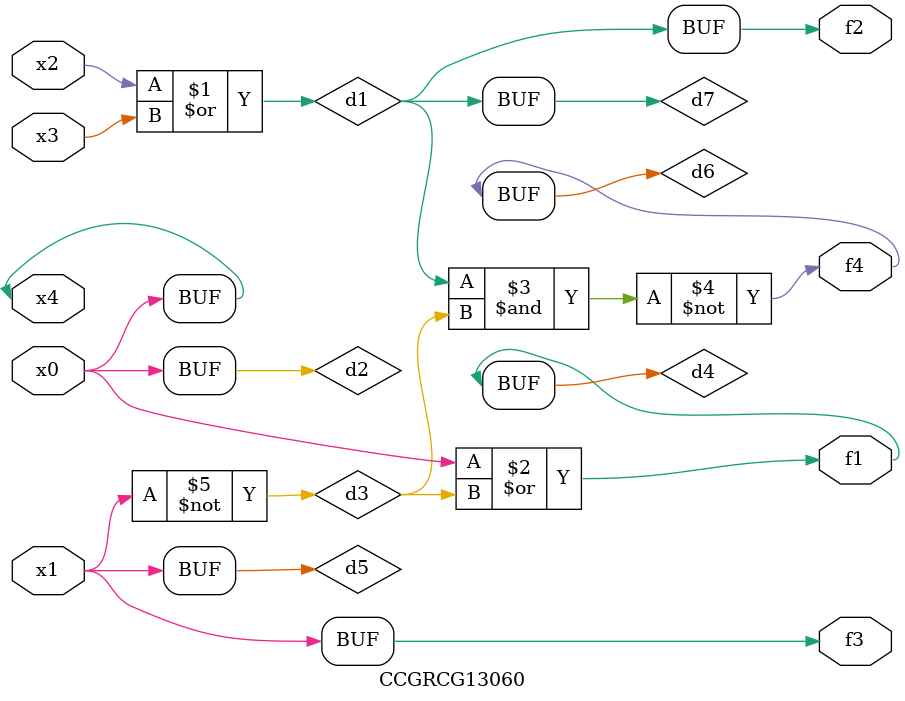
<source format=v>
module CCGRCG13060(
	input x0, x1, x2, x3, x4,
	output f1, f2, f3, f4
);

	wire d1, d2, d3, d4, d5, d6, d7;

	or (d1, x2, x3);
	buf (d2, x0, x4);
	not (d3, x1);
	or (d4, d2, d3);
	not (d5, d3);
	nand (d6, d1, d3);
	or (d7, d1);
	assign f1 = d4;
	assign f2 = d7;
	assign f3 = d5;
	assign f4 = d6;
endmodule

</source>
